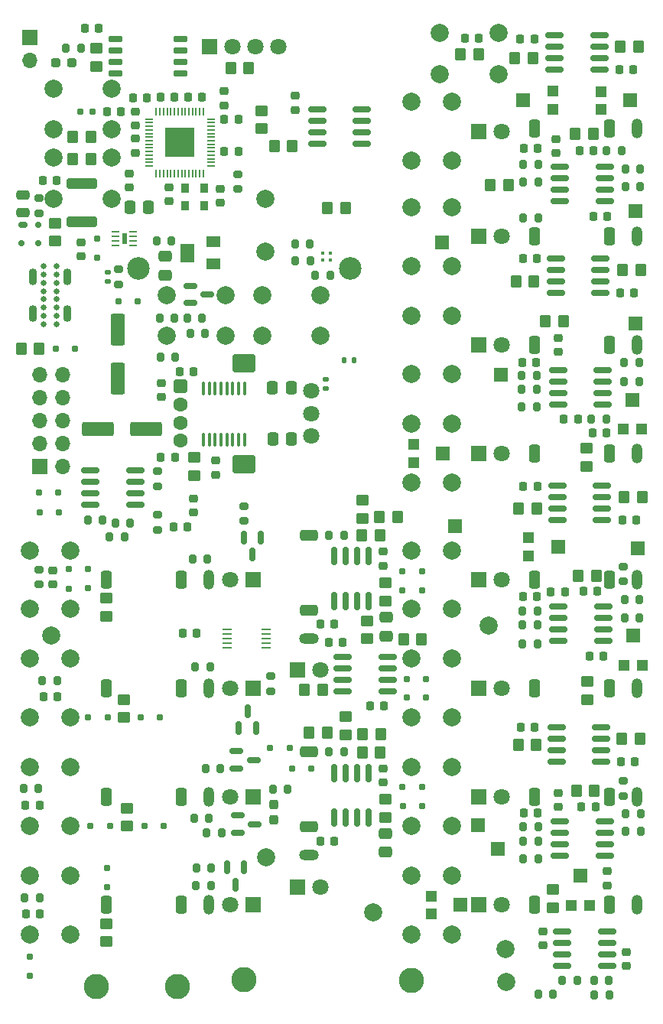
<source format=gbr>
%TF.GenerationSoftware,KiCad,Pcbnew,8.0.5*%
%TF.CreationDate,2025-01-26T22:40:45-08:00*%
%TF.ProjectId,main_board,6d61696e-5f62-46f6-9172-642e6b696361,1.0*%
%TF.SameCoordinates,Original*%
%TF.FileFunction,Soldermask,Bot*%
%TF.FilePolarity,Negative*%
%FSLAX46Y46*%
G04 Gerber Fmt 4.6, Leading zero omitted, Abs format (unit mm)*
G04 Created by KiCad (PCBNEW 8.0.5) date 2025-01-26 22:40:45*
%MOMM*%
%LPD*%
G01*
G04 APERTURE LIST*
G04 Aperture macros list*
%AMRoundRect*
0 Rectangle with rounded corners*
0 $1 Rounding radius*
0 $2 $3 $4 $5 $6 $7 $8 $9 X,Y pos of 4 corners*
0 Add a 4 corners polygon primitive as box body*
4,1,4,$2,$3,$4,$5,$6,$7,$8,$9,$2,$3,0*
0 Add four circle primitives for the rounded corners*
1,1,$1+$1,$2,$3*
1,1,$1+$1,$4,$5*
1,1,$1+$1,$6,$7*
1,1,$1+$1,$8,$9*
0 Add four rect primitives between the rounded corners*
20,1,$1+$1,$2,$3,$4,$5,0*
20,1,$1+$1,$4,$5,$6,$7,0*
20,1,$1+$1,$6,$7,$8,$9,0*
20,1,$1+$1,$8,$9,$2,$3,0*%
G04 Aperture macros list end*
%ADD10R,1.800000X1.800000*%
%ADD11C,1.800000*%
%ADD12C,2.000000*%
%ADD13O,1.200000X2.200000*%
%ADD14RoundRect,0.300000X0.300000X-0.700000X0.300000X0.700000X-0.300000X0.700000X-0.300000X-0.700000X0*%
%ADD15O,2.200000X1.200000*%
%ADD16RoundRect,0.300000X-0.700000X-0.300000X0.700000X-0.300000X0.700000X0.300000X-0.700000X0.300000X0*%
%ADD17RoundRect,0.400000X0.400000X-0.400000X0.400000X0.400000X-0.400000X0.400000X-0.400000X-0.400000X0*%
%ADD18C,1.600000*%
%ADD19RoundRect,0.217391X1.032609X0.782609X-1.032609X0.782609X-1.032609X-0.782609X1.032609X-0.782609X0*%
%ADD20C,2.500000*%
%ADD21C,0.650000*%
%ADD22RoundRect,0.360000X-0.090000X0.540000X-0.090000X-0.540000X0.090000X-0.540000X0.090000X0.540000X0*%
%ADD23RoundRect,0.250000X0.350000X0.450000X-0.350000X0.450000X-0.350000X-0.450000X0.350000X-0.450000X0*%
%ADD24RoundRect,0.225000X-0.225000X-0.250000X0.225000X-0.250000X0.225000X0.250000X-0.225000X0.250000X0*%
%ADD25RoundRect,0.200000X-0.200000X-0.275000X0.200000X-0.275000X0.200000X0.275000X-0.200000X0.275000X0*%
%ADD26RoundRect,0.200000X0.200000X0.275000X-0.200000X0.275000X-0.200000X-0.275000X0.200000X-0.275000X0*%
%ADD27RoundRect,0.200000X0.275000X-0.200000X0.275000X0.200000X-0.275000X0.200000X-0.275000X-0.200000X0*%
%ADD28RoundRect,0.250000X0.337500X0.475000X-0.337500X0.475000X-0.337500X-0.475000X0.337500X-0.475000X0*%
%ADD29RoundRect,0.225000X0.250000X-0.225000X0.250000X0.225000X-0.250000X0.225000X-0.250000X-0.225000X0*%
%ADD30RoundRect,0.250000X-0.450000X0.350000X-0.450000X-0.350000X0.450000X-0.350000X0.450000X0.350000X0*%
%ADD31RoundRect,0.225000X0.225000X0.250000X-0.225000X0.250000X-0.225000X-0.250000X0.225000X-0.250000X0*%
%ADD32R,1.500000X1.500000*%
%ADD33R,1.200000X1.200000*%
%ADD34R,1.500000X1.600000*%
%ADD35RoundRect,0.175000X-0.175000X-0.175000X0.175000X-0.175000X0.175000X0.175000X-0.175000X0.175000X0*%
%ADD36RoundRect,0.250000X-0.475000X0.337500X-0.475000X-0.337500X0.475000X-0.337500X0.475000X0.337500X0*%
%ADD37RoundRect,0.150000X0.825000X0.150000X-0.825000X0.150000X-0.825000X-0.150000X0.825000X-0.150000X0*%
%ADD38RoundRect,0.250000X-0.350000X-0.450000X0.350000X-0.450000X0.350000X0.450000X-0.350000X0.450000X0*%
%ADD39R,0.450000X0.450000*%
%ADD40RoundRect,0.225000X-0.250000X0.225000X-0.250000X-0.225000X0.250000X-0.225000X0.250000X0.225000X0*%
%ADD41RoundRect,0.062500X0.325000X0.062500X-0.325000X0.062500X-0.325000X-0.062500X0.325000X-0.062500X0*%
%ADD42R,0.600000X1.200000*%
%ADD43RoundRect,0.237500X0.237500X-0.287500X0.237500X0.287500X-0.237500X0.287500X-0.237500X-0.287500X0*%
%ADD44RoundRect,0.175000X-0.175000X0.175000X-0.175000X-0.175000X0.175000X-0.175000X0.175000X0.175000X0*%
%ADD45R,1.100000X0.250000*%
%ADD46RoundRect,0.150000X-0.587500X-0.150000X0.587500X-0.150000X0.587500X0.150000X-0.587500X0.150000X0*%
%ADD47RoundRect,0.175000X-0.325000X0.175000X-0.325000X-0.175000X0.325000X-0.175000X0.325000X0.175000X0*%
%ADD48RoundRect,0.150000X-0.150000X0.200000X-0.150000X-0.200000X0.150000X-0.200000X0.150000X0.200000X0*%
%ADD49RoundRect,0.250000X0.450000X-0.350000X0.450000X0.350000X-0.450000X0.350000X-0.450000X-0.350000X0*%
%ADD50RoundRect,0.150000X-0.150000X0.825000X-0.150000X-0.825000X0.150000X-0.825000X0.150000X0.825000X0*%
%ADD51RoundRect,0.250000X0.475000X-0.250000X0.475000X0.250000X-0.475000X0.250000X-0.475000X-0.250000X0*%
%ADD52R,1.600000X1.300000*%
%ADD53R,1.600000X2.000000*%
%ADD54RoundRect,0.150000X0.650000X0.150000X-0.650000X0.150000X-0.650000X-0.150000X0.650000X-0.150000X0*%
%ADD55C,2.800000*%
%ADD56RoundRect,0.135000X0.185000X-0.135000X0.185000X0.135000X-0.185000X0.135000X-0.185000X-0.135000X0*%
%ADD57RoundRect,0.175000X0.175000X0.175000X-0.175000X0.175000X-0.175000X-0.175000X0.175000X-0.175000X0*%
%ADD58R,1.600000X1.500000*%
%ADD59RoundRect,0.200000X-0.275000X0.200000X-0.275000X-0.200000X0.275000X-0.200000X0.275000X0.200000X0*%
%ADD60RoundRect,0.250000X0.475000X-0.337500X0.475000X0.337500X-0.475000X0.337500X-0.475000X-0.337500X0*%
%ADD61RoundRect,0.162500X0.162500X0.187500X-0.162500X0.187500X-0.162500X-0.187500X0.162500X-0.187500X0*%
%ADD62RoundRect,0.135000X0.135000X0.185000X-0.135000X0.185000X-0.135000X-0.185000X0.135000X-0.185000X0*%
%ADD63RoundRect,0.250000X-0.550000X1.500000X-0.550000X-1.500000X0.550000X-1.500000X0.550000X1.500000X0*%
%ADD64RoundRect,0.150000X0.150000X-0.587500X0.150000X0.587500X-0.150000X0.587500X-0.150000X-0.587500X0*%
%ADD65RoundRect,0.100000X0.100000X-0.637500X0.100000X0.637500X-0.100000X0.637500X-0.100000X-0.637500X0*%
%ADD66R,1.700000X1.700000*%
%ADD67O,1.700000X1.700000*%
%ADD68RoundRect,0.175000X0.175000X-0.175000X0.175000X0.175000X-0.175000X0.175000X-0.175000X-0.175000X0*%
%ADD69RoundRect,0.237500X-0.287500X-0.237500X0.287500X-0.237500X0.287500X0.237500X-0.287500X0.237500X0*%
%ADD70RoundRect,0.050000X0.387500X0.050000X-0.387500X0.050000X-0.387500X-0.050000X0.387500X-0.050000X0*%
%ADD71RoundRect,0.050000X0.050000X0.387500X-0.050000X0.387500X-0.050000X-0.387500X0.050000X-0.387500X0*%
%ADD72R,3.200000X3.200000*%
%ADD73RoundRect,0.150000X-0.150000X0.587500X-0.150000X-0.587500X0.150000X-0.587500X0.150000X0.587500X0*%
%ADD74RoundRect,0.150000X-0.825000X-0.150000X0.825000X-0.150000X0.825000X0.150000X-0.825000X0.150000X0*%
%ADD75R,0.900000X1.000000*%
%ADD76RoundRect,0.250000X1.450000X-0.312500X1.450000X0.312500X-1.450000X0.312500X-1.450000X-0.312500X0*%
%ADD77RoundRect,0.250000X-1.500000X-0.550000X1.500000X-0.550000X1.500000X0.550000X-1.500000X0.550000X0*%
G04 APERTURE END LIST*
D10*
X101720000Y-124000000D03*
D11*
X104260000Y-124000000D03*
D12*
X103900000Y-56000000D03*
X97400000Y-56000000D03*
X103900000Y-51500000D03*
X97400000Y-51500000D03*
X94220000Y-139250000D03*
X94220000Y-132750000D03*
X98720000Y-139250000D03*
X98720000Y-132750000D03*
X94220000Y-151250000D03*
X94220000Y-144750000D03*
X98720000Y-151250000D03*
X98720000Y-144750000D03*
D13*
X119250000Y-148000000D03*
D14*
X107850000Y-148000000D03*
X116150000Y-148000000D03*
D12*
X94220000Y-65600000D03*
X94220000Y-59100000D03*
X98720000Y-65600000D03*
X98720000Y-59100000D03*
D10*
X101720000Y-62350000D03*
D11*
X104260000Y-62350000D03*
D12*
X94220000Y-127250000D03*
X94220000Y-120750000D03*
X98720000Y-127250000D03*
X98720000Y-120750000D03*
D10*
X101720000Y-148000000D03*
D11*
X104260000Y-148000000D03*
D12*
X61100000Y-62100000D03*
X54600000Y-62100000D03*
X61100000Y-57600000D03*
X54600000Y-57600000D03*
D10*
X101720000Y-74000000D03*
D11*
X104260000Y-74000000D03*
D13*
X119250000Y-62000000D03*
D14*
X107850000Y-62000000D03*
X116150000Y-62000000D03*
D12*
X94220000Y-89250000D03*
X94220000Y-82750000D03*
X98720000Y-89250000D03*
X98720000Y-82750000D03*
D15*
X82870000Y-118480000D03*
D16*
X82870000Y-107080000D03*
X82870000Y-115380000D03*
D12*
X61100000Y-69800000D03*
X54600000Y-69800000D03*
X61100000Y-65300000D03*
X54600000Y-65300000D03*
X52000000Y-151250000D03*
X52000000Y-144750000D03*
X56500000Y-151250000D03*
X56500000Y-144750000D03*
D17*
X68700000Y-90600000D03*
D18*
X68700000Y-96600000D03*
D19*
X75700000Y-88000000D03*
X75700000Y-99200000D03*
D11*
X83200000Y-96100000D03*
X83200000Y-91100000D03*
X83200000Y-93600000D03*
D18*
X68700000Y-92600000D03*
X68700000Y-94600000D03*
D10*
X76690000Y-112000000D03*
D11*
X74150000Y-112000000D03*
D12*
X94220000Y-115250000D03*
X94220000Y-108750000D03*
X98720000Y-115250000D03*
X98720000Y-108750000D03*
X52000000Y-115250000D03*
X52000000Y-108750000D03*
X56500000Y-115250000D03*
X56500000Y-108750000D03*
D10*
X81600000Y-146000000D03*
D11*
X84140000Y-146000000D03*
D15*
X82870000Y-142480000D03*
D16*
X82870000Y-131080000D03*
X82870000Y-139380000D03*
D10*
X81600000Y-122000000D03*
D11*
X84140000Y-122000000D03*
D12*
X52000000Y-139250000D03*
X52000000Y-132750000D03*
X56500000Y-139250000D03*
X56500000Y-132750000D03*
D20*
X64050000Y-77500000D03*
D13*
X119250000Y-112000000D03*
D14*
X107850000Y-112000000D03*
X116150000Y-112000000D03*
D10*
X76690000Y-136000000D03*
D11*
X74150000Y-136000000D03*
D10*
X101720000Y-136000000D03*
D11*
X104260000Y-136000000D03*
D10*
X76690000Y-124000000D03*
D11*
X74150000Y-124000000D03*
D13*
X71850000Y-112000000D03*
D14*
X60450000Y-112000000D03*
X68750000Y-112000000D03*
D10*
X101720000Y-98000000D03*
D11*
X104260000Y-98000000D03*
D13*
X71850000Y-124000000D03*
D14*
X60450000Y-124000000D03*
X68750000Y-124000000D03*
D13*
X71850000Y-136000000D03*
D14*
X60450000Y-136000000D03*
X68750000Y-136000000D03*
D13*
X119250000Y-136000000D03*
D14*
X107850000Y-136000000D03*
X116150000Y-136000000D03*
D12*
X94220000Y-101250000D03*
X94220000Y-94750000D03*
X98720000Y-101250000D03*
X98720000Y-94750000D03*
D20*
X87450000Y-77500000D03*
D10*
X101720000Y-86000000D03*
D11*
X104260000Y-86000000D03*
D13*
X119250000Y-86000000D03*
D14*
X107850000Y-86000000D03*
X116150000Y-86000000D03*
D12*
X94220000Y-77250000D03*
X94220000Y-70750000D03*
X98720000Y-77250000D03*
X98720000Y-70750000D03*
D13*
X119250000Y-124000000D03*
D14*
X107850000Y-124000000D03*
X116150000Y-124000000D03*
D13*
X119250000Y-98000000D03*
D14*
X107850000Y-98000000D03*
X116150000Y-98000000D03*
D13*
X71850000Y-148000000D03*
D14*
X60450000Y-148000000D03*
X68750000Y-148000000D03*
D21*
X54950000Y-77250000D03*
X54950000Y-78200000D03*
X54950000Y-79150000D03*
X54950000Y-80050000D03*
X54950000Y-80950000D03*
X54950000Y-81850000D03*
X54950000Y-82800000D03*
X54950000Y-83750000D03*
X53550000Y-83750000D03*
X53550000Y-82800000D03*
X53550000Y-81850000D03*
X53550000Y-80950000D03*
X53550000Y-80050000D03*
X53550000Y-79150000D03*
X53550000Y-78200000D03*
X53550000Y-77250000D03*
D22*
X56180000Y-78500000D03*
X52320000Y-78500000D03*
X56180000Y-82500000D03*
X52320000Y-82500000D03*
D10*
X71940000Y-53000000D03*
D11*
X74480000Y-53000000D03*
X77020000Y-53000000D03*
X79560000Y-53000000D03*
D12*
X52000000Y-127250000D03*
X52000000Y-120750000D03*
X56500000Y-127250000D03*
X56500000Y-120750000D03*
D13*
X119250000Y-74000000D03*
D14*
X107850000Y-74000000D03*
X116150000Y-74000000D03*
D10*
X101720000Y-112000000D03*
D11*
X104260000Y-112000000D03*
D10*
X76690000Y-148000000D03*
D11*
X74150000Y-148000000D03*
D12*
X77700000Y-80500000D03*
X84200000Y-80500000D03*
X77700000Y-85000000D03*
X84200000Y-85000000D03*
X67200000Y-80500000D03*
X73700000Y-80500000D03*
X67200000Y-85000000D03*
X73700000Y-85000000D03*
D23*
X119660000Y-77710000D03*
X117660000Y-77710000D03*
D24*
X106515000Y-87910000D03*
X108065000Y-87910000D03*
D25*
X69425000Y-83000000D03*
X71075000Y-83000000D03*
D26*
X55025000Y-123150000D03*
X53375000Y-123150000D03*
D27*
X61850000Y-79305000D03*
X61850000Y-77655000D03*
D26*
X108095000Y-92860000D03*
X106445000Y-92860000D03*
D25*
X117845000Y-114225000D03*
X119495000Y-114225000D03*
D28*
X80917500Y-90730000D03*
X78842500Y-90730000D03*
D29*
X73550000Y-59460000D03*
X73550000Y-57910000D03*
D30*
X113620000Y-97460000D03*
X113620000Y-99460000D03*
D31*
X85700000Y-116910000D03*
X84150000Y-116910000D03*
D25*
X117955000Y-66495000D03*
X119605000Y-66495000D03*
D32*
X99070000Y-106060000D03*
D33*
X94505000Y-99050000D03*
D34*
X97755000Y-98050000D03*
D33*
X94505000Y-97050000D03*
D35*
X58715000Y-139250000D03*
X60865000Y-139250000D03*
D26*
X108195000Y-117025000D03*
X106545000Y-117025000D03*
D36*
X67000000Y-76212500D03*
X67000000Y-78287500D03*
D37*
X115445000Y-88805000D03*
X115445000Y-90075000D03*
X115445000Y-91345000D03*
X115445000Y-92615000D03*
X110495000Y-92615000D03*
X110495000Y-91345000D03*
X110495000Y-90075000D03*
X110495000Y-88805000D03*
D26*
X83030000Y-74800000D03*
X81380000Y-74800000D03*
D30*
X109880000Y-146290000D03*
X109880000Y-148290000D03*
D32*
X119100000Y-71220000D03*
D38*
X112700000Y-111530000D03*
X114700000Y-111530000D03*
D24*
X73550000Y-64600000D03*
X75100000Y-64600000D03*
D26*
X72100000Y-143900000D03*
X70450000Y-143900000D03*
D25*
X117985000Y-139860000D03*
X119635000Y-139860000D03*
D37*
X88775000Y-59895000D03*
X88775000Y-61165000D03*
X88775000Y-62435000D03*
X88775000Y-63705000D03*
X83825000Y-63705000D03*
X83825000Y-62435000D03*
X83825000Y-61165000D03*
X83825000Y-59895000D03*
D25*
X117795000Y-87960000D03*
X119445000Y-87960000D03*
D29*
X81360000Y-59990000D03*
X81360000Y-58440000D03*
D39*
X85240000Y-75840000D03*
X84470000Y-75840000D03*
X84470000Y-76610000D03*
X85240000Y-76610000D03*
D40*
X67450000Y-68525000D03*
X67450000Y-70075000D03*
D23*
X95390000Y-118630000D03*
X93390000Y-118630000D03*
D32*
X119070000Y-83620000D03*
D41*
X63437500Y-73485000D03*
X63437500Y-73985000D03*
X63437500Y-74485000D03*
X63437500Y-74985000D03*
X61512500Y-74985000D03*
X61512500Y-74485000D03*
X61512500Y-73985000D03*
X61512500Y-73485000D03*
D42*
X62475000Y-74235000D03*
D37*
X115920000Y-150950000D03*
X115920000Y-152220000D03*
X115920000Y-153490000D03*
X115920000Y-154760000D03*
X110970000Y-154760000D03*
X110970000Y-153490000D03*
X110970000Y-152220000D03*
X110970000Y-150950000D03*
D26*
X108275000Y-139360000D03*
X106625000Y-139360000D03*
X108095000Y-90910000D03*
X106445000Y-90910000D03*
D43*
X79000000Y-138600000D03*
X79000000Y-136850000D03*
D29*
X110500000Y-137160000D03*
X110500000Y-135610000D03*
D44*
X59460000Y-74215000D03*
X59460000Y-76365000D03*
D45*
X78165000Y-117490000D03*
X78165000Y-117990000D03*
X78165000Y-118490000D03*
X78165000Y-118990000D03*
X78165000Y-119490000D03*
X73865000Y-119490000D03*
X73865000Y-118990000D03*
X73865000Y-118490000D03*
X73865000Y-117990000D03*
X73865000Y-117490000D03*
D28*
X65137500Y-70800000D03*
X63062500Y-70800000D03*
D30*
X59345000Y-53150000D03*
X59345000Y-55150000D03*
D37*
X115635000Y-138755000D03*
X115635000Y-140025000D03*
X115635000Y-141295000D03*
X115635000Y-142565000D03*
X110685000Y-142565000D03*
X110685000Y-141295000D03*
X110685000Y-140025000D03*
X110685000Y-138755000D03*
D26*
X108195000Y-119075000D03*
X106545000Y-119075000D03*
X73225000Y-140000000D03*
X71575000Y-140000000D03*
D46*
X74900000Y-132900000D03*
X74900000Y-131000000D03*
X76775000Y-131950000D03*
D24*
X69530000Y-58600000D03*
X71080000Y-58600000D03*
X106595000Y-113870000D03*
X108145000Y-113870000D03*
D33*
X107245000Y-109330000D03*
D34*
X110495000Y-108330000D03*
D33*
X107245000Y-107330000D03*
D35*
X93295000Y-137035000D03*
X95445000Y-137035000D03*
D38*
X99710000Y-53800000D03*
X101710000Y-53800000D03*
D29*
X54570000Y-112525000D03*
X54570000Y-110975000D03*
D24*
X67925000Y-106120000D03*
X69475000Y-106120000D03*
D47*
X51240000Y-72750000D03*
D48*
X52940000Y-72750000D03*
X52940000Y-74750000D03*
X51040000Y-74750000D03*
D26*
X115815000Y-94220000D03*
X114165000Y-94220000D03*
D24*
X113075000Y-137130000D03*
X114625000Y-137130000D03*
D49*
X62770000Y-139270000D03*
X62770000Y-137270000D03*
D26*
X108275000Y-67980000D03*
X106625000Y-67980000D03*
D24*
X66495000Y-58590000D03*
X68045000Y-58590000D03*
D26*
X109915000Y-157890000D03*
X108265000Y-157890000D03*
D37*
X91620000Y-120550000D03*
X91620000Y-121820000D03*
X91620000Y-123090000D03*
X91620000Y-124360000D03*
X86670000Y-124360000D03*
X86670000Y-123090000D03*
X86670000Y-121820000D03*
X86670000Y-120550000D03*
X115495000Y-114970000D03*
X115495000Y-116240000D03*
X115495000Y-117510000D03*
X115495000Y-118780000D03*
X110545000Y-118780000D03*
X110545000Y-117510000D03*
X110545000Y-116240000D03*
X110545000Y-114970000D03*
D44*
X60530000Y-143875000D03*
X60530000Y-146025000D03*
D23*
X105000000Y-68320000D03*
X103000000Y-68320000D03*
D35*
X54875000Y-86450000D03*
X57025000Y-86450000D03*
D37*
X115280000Y-128340000D03*
X115280000Y-129610000D03*
X115280000Y-130880000D03*
X115280000Y-132150000D03*
X110330000Y-132150000D03*
X110330000Y-130880000D03*
X110330000Y-129610000D03*
X110330000Y-128340000D03*
X115200000Y-76450000D03*
X115200000Y-77720000D03*
X115200000Y-78990000D03*
X115200000Y-80260000D03*
X110250000Y-80260000D03*
X110250000Y-78990000D03*
X110250000Y-77720000D03*
X110250000Y-76450000D03*
D29*
X91150000Y-134420000D03*
X91150000Y-132870000D03*
D24*
X112840000Y-64520000D03*
X114390000Y-64520000D03*
D26*
X108285000Y-140910000D03*
X106635000Y-140910000D03*
D50*
X85710000Y-133380000D03*
X86980000Y-133380000D03*
X88250000Y-133380000D03*
X89520000Y-133380000D03*
X89520000Y-138330000D03*
X88250000Y-138330000D03*
X86980000Y-138330000D03*
X85710000Y-138330000D03*
D31*
X119185000Y-105410000D03*
X117635000Y-105410000D03*
X108235000Y-64230000D03*
X106685000Y-64230000D03*
D26*
X53075000Y-147200000D03*
X51425000Y-147200000D03*
D24*
X113975000Y-120470000D03*
X115525000Y-120470000D03*
D26*
X68010000Y-83010000D03*
X66360000Y-83010000D03*
D25*
X117795000Y-90060000D03*
X119445000Y-90060000D03*
D51*
X51260000Y-71330000D03*
X51260000Y-69430000D03*
D52*
X72350000Y-74550000D03*
D53*
X69450000Y-75800000D03*
D52*
X72350000Y-77050000D03*
D29*
X115890000Y-145825000D03*
X115890000Y-144275000D03*
D28*
X80987500Y-96400000D03*
X78912500Y-96400000D03*
D54*
X68720000Y-52155000D03*
X68720000Y-53425000D03*
X68720000Y-54695000D03*
X68720000Y-55965000D03*
X61520000Y-55965000D03*
X61520000Y-54695000D03*
X61520000Y-53425000D03*
X61520000Y-52155000D03*
D40*
X108800000Y-150950000D03*
X108800000Y-152500000D03*
D29*
X63650000Y-64725000D03*
X63650000Y-63175000D03*
D24*
X113290000Y-113300000D03*
X114840000Y-113300000D03*
D26*
X68090000Y-87380000D03*
X66440000Y-87380000D03*
D55*
X94210000Y-156320000D03*
D25*
X117955000Y-68495000D03*
X119605000Y-68495000D03*
D49*
X60450000Y-116040000D03*
X60450000Y-114040000D03*
D31*
X59630000Y-50950000D03*
X58080000Y-50950000D03*
D26*
X83040000Y-76690000D03*
X81390000Y-76690000D03*
D49*
X91360000Y-114370000D03*
X91360000Y-112370000D03*
D32*
X104120000Y-89310000D03*
D23*
X119800000Y-102880000D03*
X117800000Y-102880000D03*
D26*
X67675000Y-74500000D03*
X66025000Y-74500000D03*
D56*
X60600000Y-78990000D03*
X60600000Y-77970000D03*
D35*
X61825000Y-81150000D03*
X63975000Y-81150000D03*
D24*
X73550000Y-61000000D03*
X75100000Y-61000000D03*
D49*
X91340000Y-138330000D03*
X91340000Y-136330000D03*
D37*
X115070000Y-51695000D03*
X115070000Y-52965000D03*
X115070000Y-54235000D03*
X115070000Y-55505000D03*
X110120000Y-55505000D03*
X110120000Y-54235000D03*
X110120000Y-52965000D03*
X110120000Y-51695000D03*
D56*
X84790000Y-90800000D03*
X84790000Y-89780000D03*
D57*
X95395000Y-134980000D03*
X93245000Y-134980000D03*
D26*
X108115000Y-89410000D03*
X106465000Y-89410000D03*
D32*
X119320000Y-108530000D03*
D33*
X119780000Y-121440000D03*
D58*
X118780000Y-118190000D03*
D33*
X117780000Y-121440000D03*
D12*
X104680000Y-152870000D03*
D59*
X66100000Y-104825000D03*
X66100000Y-106475000D03*
D60*
X91450000Y-118235000D03*
X91450000Y-116160000D03*
D35*
X58465000Y-127230000D03*
X60615000Y-127230000D03*
D31*
X101710000Y-52020000D03*
X100160000Y-52020000D03*
D61*
X58945000Y-60210000D03*
X57595000Y-60210000D03*
D12*
X104710000Y-156570000D03*
D24*
X89665000Y-125970000D03*
X91215000Y-125970000D03*
D62*
X87860000Y-87680000D03*
X86840000Y-87680000D03*
D63*
X61750000Y-84325000D03*
X61750000Y-89725000D03*
D49*
X70200000Y-100450000D03*
X70200000Y-98450000D03*
D32*
X101580000Y-139140000D03*
D29*
X57690000Y-76175000D03*
X57690000Y-74625000D03*
D49*
X77650000Y-62075000D03*
X77650000Y-60075000D03*
D44*
X52020000Y-153740000D03*
X52020000Y-155890000D03*
D38*
X82910000Y-128950000D03*
X84910000Y-128950000D03*
X88810000Y-131090000D03*
X90810000Y-131090000D03*
D40*
X63650000Y-60150000D03*
X63650000Y-61700000D03*
D31*
X62120000Y-60200000D03*
X60570000Y-60200000D03*
D64*
X77050000Y-128437500D03*
X75150000Y-128437500D03*
X76100000Y-126562500D03*
D25*
X61450000Y-105725000D03*
X63100000Y-105725000D03*
D29*
X110240000Y-64765000D03*
X110240000Y-63215000D03*
D25*
X117985000Y-137910000D03*
X119635000Y-137910000D03*
D26*
X108185000Y-115430000D03*
X106535000Y-115430000D03*
D55*
X75750000Y-156260000D03*
D37*
X115655000Y-66290000D03*
X115655000Y-67560000D03*
X115655000Y-68830000D03*
X115655000Y-70100000D03*
X110705000Y-70100000D03*
X110705000Y-68830000D03*
X110705000Y-67560000D03*
X110705000Y-66290000D03*
D31*
X118925000Y-80250000D03*
X117375000Y-80250000D03*
D49*
X54780000Y-74510000D03*
X54780000Y-72510000D03*
D65*
X75775000Y-96512500D03*
X75125000Y-96512500D03*
X74475000Y-96512500D03*
X73825000Y-96512500D03*
X73175000Y-96512500D03*
X72525000Y-96512500D03*
X71875000Y-96512500D03*
X71225000Y-96512500D03*
X71225000Y-90787500D03*
X71875000Y-90787500D03*
X72525000Y-90787500D03*
X73175000Y-90787500D03*
X73825000Y-90787500D03*
X74475000Y-90787500D03*
X75125000Y-90787500D03*
X75775000Y-90787500D03*
D49*
X86980000Y-129190000D03*
X86980000Y-127190000D03*
D31*
X118815000Y-55510000D03*
X117265000Y-55510000D03*
D30*
X113700000Y-123260000D03*
X113700000Y-125260000D03*
D38*
X90690000Y-105040000D03*
X92690000Y-105040000D03*
D26*
X116140000Y-158010000D03*
X114490000Y-158010000D03*
D33*
X115245000Y-59940000D03*
D34*
X118495000Y-58940000D03*
D33*
X115245000Y-57940000D03*
D24*
X114385000Y-71760000D03*
X115935000Y-71760000D03*
D31*
X107870000Y-128340000D03*
X106320000Y-128340000D03*
D25*
X115855000Y-64520000D03*
X117505000Y-64520000D03*
D33*
X109890000Y-57900000D03*
D34*
X106640000Y-58900000D03*
D33*
X109890000Y-59900000D03*
D12*
X90040000Y-148790000D03*
D50*
X85710000Y-109405000D03*
X86980000Y-109405000D03*
X88250000Y-109405000D03*
X89520000Y-109405000D03*
X89520000Y-114355000D03*
X88250000Y-114355000D03*
X86980000Y-114355000D03*
X85710000Y-114355000D03*
D66*
X53100000Y-99500000D03*
D67*
X55640000Y-99500000D03*
X53100000Y-96960000D03*
X55640000Y-96960000D03*
X53100000Y-94420000D03*
X55640000Y-94420000D03*
X53100000Y-91880000D03*
X55640000Y-91880000D03*
X53100000Y-89340000D03*
X55640000Y-89340000D03*
D12*
X54370000Y-118140000D03*
D26*
X85250000Y-78300000D03*
X83600000Y-78300000D03*
D57*
X95900000Y-125050000D03*
X93750000Y-125050000D03*
D23*
X76240000Y-55330000D03*
X74240000Y-55330000D03*
D31*
X68065000Y-98470000D03*
X66515000Y-98470000D03*
D25*
X70305000Y-121660000D03*
X71955000Y-121660000D03*
D24*
X111130000Y-94230000D03*
X112680000Y-94230000D03*
X109685000Y-113340000D03*
X111235000Y-113340000D03*
D23*
X90790000Y-107080000D03*
X88790000Y-107080000D03*
D57*
X55212500Y-104550000D03*
X53062500Y-104550000D03*
D23*
X86940000Y-70820000D03*
X84940000Y-70820000D03*
D68*
X58440000Y-112932500D03*
X58440000Y-110782500D03*
D57*
X95900000Y-122980000D03*
X93750000Y-122980000D03*
D33*
X113960000Y-148030000D03*
D58*
X112960000Y-144780000D03*
D33*
X111960000Y-148030000D03*
D24*
X51525000Y-137000000D03*
X53075000Y-137000000D03*
X51575000Y-149030000D03*
X53125000Y-149030000D03*
D29*
X91140000Y-110430000D03*
X91140000Y-108880000D03*
D59*
X117710000Y-134265000D03*
X117710000Y-135915000D03*
D12*
X102830000Y-117090000D03*
D40*
X73050000Y-68725000D03*
X73050000Y-70275000D03*
D23*
X114370000Y-62610000D03*
X112370000Y-62610000D03*
D31*
X85700000Y-140940000D03*
X84150000Y-140940000D03*
D27*
X66100000Y-101625000D03*
X66100000Y-99975000D03*
D26*
X60070000Y-105370000D03*
X58420000Y-105370000D03*
D25*
X60835000Y-107260000D03*
X62485000Y-107260000D03*
D35*
X64287500Y-127250000D03*
X66437500Y-127250000D03*
D31*
X86650000Y-118900000D03*
X85100000Y-118900000D03*
D25*
X56020000Y-53150000D03*
X57670000Y-53150000D03*
D38*
X79070000Y-63960000D03*
X81070000Y-63960000D03*
D31*
X119005000Y-132140000D03*
X117455000Y-132140000D03*
D27*
X75700000Y-105500000D03*
X75700000Y-103850000D03*
D25*
X110965000Y-156390000D03*
X112615000Y-156390000D03*
D12*
X78050000Y-69850000D03*
D38*
X56765000Y-65425000D03*
X58765000Y-65425000D03*
D24*
X106685000Y-137830000D03*
X108235000Y-137830000D03*
D31*
X70465000Y-117960000D03*
X68915000Y-117960000D03*
D29*
X110470000Y-86785000D03*
X110470000Y-85235000D03*
D26*
X116135000Y-156390000D03*
X114485000Y-156390000D03*
D27*
X53000000Y-71425000D03*
X53000000Y-69775000D03*
D35*
X93277500Y-113170000D03*
X95427500Y-113170000D03*
D26*
X73125000Y-132900000D03*
X71475000Y-132900000D03*
X86795000Y-131080000D03*
X85145000Y-131080000D03*
D57*
X95402500Y-111080000D03*
X93252500Y-111080000D03*
D31*
X54985000Y-67840000D03*
X53435000Y-67840000D03*
D59*
X53050000Y-110875000D03*
X53050000Y-112525000D03*
D66*
X52040000Y-51930000D03*
D67*
X52040000Y-54470000D03*
D31*
X64950000Y-58670000D03*
X63400000Y-58670000D03*
D23*
X111080000Y-83400000D03*
X109080000Y-83400000D03*
D69*
X54895000Y-54780000D03*
X56645000Y-54780000D03*
D24*
X114275000Y-95760000D03*
X115825000Y-95760000D03*
D25*
X70175000Y-138410000D03*
X71825000Y-138410000D03*
X106625000Y-65980000D03*
X108275000Y-65980000D03*
D70*
X72050000Y-61000000D03*
X72050000Y-61400000D03*
X72050000Y-61800000D03*
X72050000Y-62200000D03*
X72050000Y-62600000D03*
X72050000Y-63000000D03*
X72050000Y-63400000D03*
X72050000Y-63800000D03*
X72050000Y-64200000D03*
X72050000Y-64600000D03*
X72050000Y-65000000D03*
X72050000Y-65400000D03*
X72050000Y-65800000D03*
X72050000Y-66200000D03*
D71*
X71212500Y-67037500D03*
X70812500Y-67037500D03*
X70412500Y-67037500D03*
X70012500Y-67037500D03*
X69612500Y-67037500D03*
X69212500Y-67037500D03*
X68812500Y-67037500D03*
X68412500Y-67037500D03*
X68012500Y-67037500D03*
X67612500Y-67037500D03*
X67212500Y-67037500D03*
X66812500Y-67037500D03*
X66412500Y-67037500D03*
X66012500Y-67037500D03*
D70*
X65175000Y-66200000D03*
X65175000Y-65800000D03*
X65175000Y-65400000D03*
X65175000Y-65000000D03*
X65175000Y-64600000D03*
X65175000Y-64200000D03*
X65175000Y-63800000D03*
X65175000Y-63400000D03*
X65175000Y-63000000D03*
X65175000Y-62600000D03*
X65175000Y-62200000D03*
X65175000Y-61800000D03*
X65175000Y-61400000D03*
X65175000Y-61000000D03*
D71*
X66012500Y-60162500D03*
X66412500Y-60162500D03*
X66812500Y-60162500D03*
X67212500Y-60162500D03*
X67612500Y-60162500D03*
X68012500Y-60162500D03*
X68412500Y-60162500D03*
X68812500Y-60162500D03*
X69212500Y-60162500D03*
X69612500Y-60162500D03*
X70012500Y-60162500D03*
X70412500Y-60162500D03*
X70812500Y-60162500D03*
X71212500Y-60162500D03*
D72*
X68612500Y-63600000D03*
D38*
X88840000Y-129100000D03*
X90840000Y-129100000D03*
D33*
X119740000Y-95345000D03*
D58*
X118740000Y-92095000D03*
D33*
X117740000Y-95345000D03*
D27*
X75010000Y-68730000D03*
X75010000Y-67080000D03*
D73*
X75700000Y-107300000D03*
X77600000Y-107300000D03*
X76650000Y-109175000D03*
D35*
X53025000Y-102350000D03*
X55175000Y-102350000D03*
D25*
X117845000Y-116225000D03*
X119495000Y-116225000D03*
D38*
X82440000Y-124200000D03*
X84440000Y-124200000D03*
D37*
X115350000Y-101600000D03*
X115350000Y-102870000D03*
X115350000Y-104140000D03*
X115350000Y-105410000D03*
X110400000Y-105410000D03*
X110400000Y-104140000D03*
X110400000Y-102870000D03*
X110400000Y-101600000D03*
D26*
X108265000Y-71960000D03*
X106615000Y-71960000D03*
D44*
X56330000Y-110847500D03*
X56330000Y-112997500D03*
D31*
X70155000Y-88940000D03*
X68605000Y-88940000D03*
D32*
X103830000Y-141770000D03*
D74*
X58725000Y-103655000D03*
X58725000Y-102385000D03*
X58725000Y-101115000D03*
X58725000Y-99845000D03*
X63675000Y-99845000D03*
X63675000Y-101115000D03*
X63675000Y-102385000D03*
X63675000Y-103655000D03*
D49*
X62450000Y-127250000D03*
X62450000Y-125250000D03*
D46*
X69762500Y-81350000D03*
X69762500Y-79450000D03*
X71637500Y-80400000D03*
D12*
X78050000Y-75650000D03*
D30*
X89340000Y-116540000D03*
X89340000Y-118540000D03*
D73*
X73850000Y-143862500D03*
X75750000Y-143862500D03*
X74800000Y-145737500D03*
D49*
X60450000Y-152060000D03*
X60450000Y-150060000D03*
D26*
X71425000Y-84750000D03*
X69775000Y-84750000D03*
D59*
X117720000Y-110515000D03*
X117720000Y-112165000D03*
D57*
X83185000Y-132890000D03*
X81035000Y-132890000D03*
D31*
X108135000Y-76440000D03*
X106585000Y-76440000D03*
D38*
X106080000Y-130295000D03*
X108080000Y-130295000D03*
X106100000Y-104130000D03*
X108100000Y-104130000D03*
D25*
X70035000Y-109680000D03*
X71685000Y-109680000D03*
D23*
X119380000Y-52970000D03*
X117380000Y-52970000D03*
D55*
X59400000Y-157000000D03*
D31*
X108200000Y-101630000D03*
X106650000Y-101630000D03*
D26*
X86795000Y-107070000D03*
X85145000Y-107070000D03*
D29*
X70150000Y-104575000D03*
X70150000Y-103025000D03*
D75*
X71300000Y-70575000D03*
X69200000Y-70575000D03*
X69200000Y-68675000D03*
X71300000Y-68675000D03*
D27*
X78700000Y-124325000D03*
X78700000Y-122675000D03*
D38*
X105825000Y-79005000D03*
X107825000Y-79005000D03*
X112520000Y-135370000D03*
X114520000Y-135370000D03*
D40*
X62970000Y-67035000D03*
X62970000Y-68585000D03*
D24*
X53525000Y-124950000D03*
X55075000Y-124950000D03*
D38*
X51050000Y-86450000D03*
X53050000Y-86450000D03*
D40*
X118050000Y-153200000D03*
X118050000Y-154750000D03*
D31*
X107860000Y-52170000D03*
X106310000Y-52170000D03*
D33*
X96425000Y-149010000D03*
D34*
X99675000Y-148010000D03*
D33*
X96425000Y-147010000D03*
D26*
X80535000Y-135200000D03*
X78885000Y-135200000D03*
D25*
X70395000Y-145820000D03*
X72045000Y-145820000D03*
D26*
X108285000Y-142860000D03*
X106635000Y-142860000D03*
D23*
X119550000Y-129610000D03*
X117550000Y-129610000D03*
D60*
X91350000Y-142175000D03*
X91350000Y-140100000D03*
D32*
X97640000Y-74650000D03*
D26*
X52975000Y-135150000D03*
X51325000Y-135150000D03*
D40*
X72550000Y-98825000D03*
X72550000Y-100375000D03*
D38*
X105720000Y-54225000D03*
X107720000Y-54225000D03*
D76*
X57760000Y-72390000D03*
X57760000Y-68115000D03*
D35*
X64685000Y-139260000D03*
X66835000Y-139260000D03*
D46*
X75000000Y-140000000D03*
X75000000Y-138100000D03*
X76875000Y-139050000D03*
D12*
X78170000Y-142690000D03*
D49*
X88800000Y-105190000D03*
X88800000Y-103190000D03*
D77*
X59500000Y-95350000D03*
X64900000Y-95350000D03*
D38*
X56740000Y-62950000D03*
X58740000Y-62950000D03*
D40*
X66575000Y-90225000D03*
X66575000Y-91775000D03*
D55*
X68375000Y-157000000D03*
D57*
X80752500Y-130610000D03*
X78602500Y-130610000D03*
M02*

</source>
